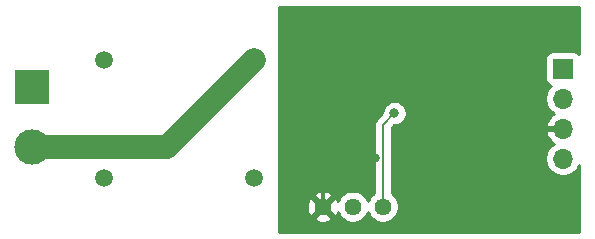
<source format=gbr>
%TF.GenerationSoftware,KiCad,Pcbnew,(5.1.10)-1*%
%TF.CreationDate,2021-10-23T23:22:00+01:00*%
%TF.ProjectId,ZMPT101enhanced,5a4d5054-3130-4316-956e-68616e636564,V1.0*%
%TF.SameCoordinates,Original*%
%TF.FileFunction,Copper,L2,Bot*%
%TF.FilePolarity,Positive*%
%FSLAX46Y46*%
G04 Gerber Fmt 4.6, Leading zero omitted, Abs format (unit mm)*
G04 Created by KiCad (PCBNEW (5.1.10)-1) date 2021-10-23 23:22:00*
%MOMM*%
%LPD*%
G01*
G04 APERTURE LIST*
%TA.AperFunction,ComponentPad*%
%ADD10R,1.700000X1.700000*%
%TD*%
%TA.AperFunction,ComponentPad*%
%ADD11O,1.700000X1.700000*%
%TD*%
%TA.AperFunction,ComponentPad*%
%ADD12R,3.000000X3.000000*%
%TD*%
%TA.AperFunction,ComponentPad*%
%ADD13C,3.000000*%
%TD*%
%TA.AperFunction,ComponentPad*%
%ADD14C,1.440000*%
%TD*%
%TA.AperFunction,ComponentPad*%
%ADD15C,1.500000*%
%TD*%
%TA.AperFunction,ViaPad*%
%ADD16C,0.800000*%
%TD*%
%TA.AperFunction,Conductor*%
%ADD17C,0.200000*%
%TD*%
%TA.AperFunction,Conductor*%
%ADD18C,0.300000*%
%TD*%
%TA.AperFunction,Conductor*%
%ADD19C,2.000000*%
%TD*%
%TA.AperFunction,Conductor*%
%ADD20C,0.254000*%
%TD*%
%TA.AperFunction,Conductor*%
%ADD21C,0.100000*%
%TD*%
G04 APERTURE END LIST*
D10*
%TO.P,J1,1*%
%TO.N,+5V*%
X151638000Y-89916000D03*
D11*
%TO.P,J1,2*%
%TO.N,+3V3*%
X151638000Y-92456000D03*
%TO.P,J1,3*%
%TO.N,GND*%
X151638000Y-94996000D03*
%TO.P,J1,4*%
%TO.N,/OUT*%
X151638000Y-97536000D03*
%TD*%
D12*
%TO.P,J2,1*%
%TO.N,Net-(J2-Pad1)*%
X106680000Y-91440000D03*
D13*
%TO.P,J2,2*%
%TO.N,Net-(J2-Pad2)*%
X106680000Y-96520000D03*
%TD*%
D14*
%TO.P,RV1,1*%
%TO.N,Net-(C3-Pad2)*%
X136398000Y-101600000D03*
%TO.P,RV1,2*%
%TO.N,Net-(C2-Pad1)*%
X133858000Y-101600000D03*
%TO.P,RV1,3*%
%TO.N,GND*%
X131318000Y-101600000D03*
%TD*%
D15*
%TO.P,T1,1*%
%TO.N,Net-(J2-Pad2)*%
X125476000Y-89154000D03*
%TO.P,T1,2*%
%TO.N,Net-(R10-Pad2)*%
X112776000Y-89154000D03*
%TO.P,T1,3*%
%TO.N,Net-(C4-Pad1)*%
X112776000Y-99154000D03*
%TO.P,T1,4*%
%TO.N,Net-(R6-Pad1)*%
X125476000Y-99154000D03*
%TD*%
D16*
%TO.N,Net-(C3-Pad2)*%
X137375525Y-93687525D03*
%TO.N,GND*%
X149352000Y-93472000D03*
X142240000Y-90932000D03*
X132588000Y-96012000D03*
X132588000Y-93472000D03*
X135698000Y-97508990D03*
%TD*%
D17*
%TO.N,Net-(C3-Pad2)*%
X136398000Y-94665050D02*
X136398000Y-101600000D01*
X137375525Y-93687525D02*
X136398000Y-94665050D01*
D18*
%TO.N,GND*%
X146812000Y-90932000D02*
X142240000Y-90932000D01*
X149352000Y-93472000D02*
X146812000Y-90932000D01*
X131318000Y-97282000D02*
X132588000Y-96012000D01*
X132588000Y-96012000D02*
X132588000Y-93472000D01*
X135162990Y-98044000D02*
X135698000Y-97508990D01*
X131318000Y-98044000D02*
X135162990Y-98044000D01*
X131318000Y-101600000D02*
X131318000Y-98044000D01*
X131318000Y-98044000D02*
X131318000Y-97282000D01*
D19*
%TO.N,Net-(J2-Pad2)*%
X118110000Y-96520000D02*
X125476000Y-89154000D01*
X106680000Y-96520000D02*
X118110000Y-96520000D01*
%TD*%
D20*
%TO.N,GND*%
X153010001Y-88701105D02*
X152939185Y-88614815D01*
X152842494Y-88535463D01*
X152732180Y-88476498D01*
X152612482Y-88440188D01*
X152488000Y-88427928D01*
X150788000Y-88427928D01*
X150663518Y-88440188D01*
X150543820Y-88476498D01*
X150433506Y-88535463D01*
X150336815Y-88614815D01*
X150257463Y-88711506D01*
X150198498Y-88821820D01*
X150162188Y-88941518D01*
X150149928Y-89066000D01*
X150149928Y-90766000D01*
X150162188Y-90890482D01*
X150198498Y-91010180D01*
X150257463Y-91120494D01*
X150336815Y-91217185D01*
X150433506Y-91296537D01*
X150543820Y-91355502D01*
X150616380Y-91377513D01*
X150484525Y-91509368D01*
X150322010Y-91752589D01*
X150210068Y-92022842D01*
X150153000Y-92309740D01*
X150153000Y-92602260D01*
X150210068Y-92889158D01*
X150322010Y-93159411D01*
X150484525Y-93402632D01*
X150691368Y-93609475D01*
X150873534Y-93731195D01*
X150756645Y-93800822D01*
X150540412Y-93995731D01*
X150366359Y-94229080D01*
X150241175Y-94491901D01*
X150196524Y-94639110D01*
X150317845Y-94869000D01*
X151511000Y-94869000D01*
X151511000Y-94849000D01*
X151765000Y-94849000D01*
X151765000Y-94869000D01*
X151785000Y-94869000D01*
X151785000Y-95123000D01*
X151765000Y-95123000D01*
X151765000Y-95143000D01*
X151511000Y-95143000D01*
X151511000Y-95123000D01*
X150317845Y-95123000D01*
X150196524Y-95352890D01*
X150241175Y-95500099D01*
X150366359Y-95762920D01*
X150540412Y-95996269D01*
X150756645Y-96191178D01*
X150873534Y-96260805D01*
X150691368Y-96382525D01*
X150484525Y-96589368D01*
X150322010Y-96832589D01*
X150210068Y-97102842D01*
X150153000Y-97389740D01*
X150153000Y-97682260D01*
X150210068Y-97969158D01*
X150322010Y-98239411D01*
X150484525Y-98482632D01*
X150691368Y-98689475D01*
X150934589Y-98851990D01*
X151204842Y-98963932D01*
X151491740Y-99021000D01*
X151784260Y-99021000D01*
X152071158Y-98963932D01*
X152341411Y-98851990D01*
X152584632Y-98689475D01*
X152791475Y-98482632D01*
X152953990Y-98239411D01*
X153010000Y-98104190D01*
X153010000Y-103734000D01*
X127635000Y-103734000D01*
X127635000Y-102535560D01*
X130562045Y-102535560D01*
X130623932Y-102771368D01*
X130865790Y-102884266D01*
X131125027Y-102947811D01*
X131391680Y-102959561D01*
X131655501Y-102919063D01*
X131906353Y-102827875D01*
X132012068Y-102771368D01*
X132073955Y-102535560D01*
X131318000Y-101779605D01*
X130562045Y-102535560D01*
X127635000Y-102535560D01*
X127635000Y-101673680D01*
X129958439Y-101673680D01*
X129998937Y-101937501D01*
X130090125Y-102188353D01*
X130146632Y-102294068D01*
X130382440Y-102355955D01*
X131138395Y-101600000D01*
X131497605Y-101600000D01*
X132253560Y-102355955D01*
X132489368Y-102294068D01*
X132589764Y-102078993D01*
X132657215Y-102241833D01*
X132805503Y-102463762D01*
X132994238Y-102652497D01*
X133216167Y-102800785D01*
X133462761Y-102902928D01*
X133724544Y-102955000D01*
X133991456Y-102955000D01*
X134253239Y-102902928D01*
X134499833Y-102800785D01*
X134721762Y-102652497D01*
X134910497Y-102463762D01*
X135058785Y-102241833D01*
X135128000Y-102074734D01*
X135197215Y-102241833D01*
X135345503Y-102463762D01*
X135534238Y-102652497D01*
X135756167Y-102800785D01*
X136002761Y-102902928D01*
X136264544Y-102955000D01*
X136531456Y-102955000D01*
X136793239Y-102902928D01*
X137039833Y-102800785D01*
X137261762Y-102652497D01*
X137450497Y-102463762D01*
X137598785Y-102241833D01*
X137700928Y-101995239D01*
X137753000Y-101733456D01*
X137753000Y-101466544D01*
X137700928Y-101204761D01*
X137598785Y-100958167D01*
X137450497Y-100736238D01*
X137261762Y-100547503D01*
X137133000Y-100461467D01*
X137133000Y-94969496D01*
X137379971Y-94722525D01*
X137477464Y-94722525D01*
X137677423Y-94682751D01*
X137865781Y-94604730D01*
X138035299Y-94491462D01*
X138179462Y-94347299D01*
X138292730Y-94177781D01*
X138370751Y-93989423D01*
X138410525Y-93789464D01*
X138410525Y-93585586D01*
X138370751Y-93385627D01*
X138292730Y-93197269D01*
X138179462Y-93027751D01*
X138035299Y-92883588D01*
X137865781Y-92770320D01*
X137677423Y-92692299D01*
X137477464Y-92652525D01*
X137273586Y-92652525D01*
X137073627Y-92692299D01*
X136885269Y-92770320D01*
X136715751Y-92883588D01*
X136571588Y-93027751D01*
X136458320Y-93197269D01*
X136380299Y-93385627D01*
X136340525Y-93585586D01*
X136340525Y-93683079D01*
X135903808Y-94119796D01*
X135875762Y-94142813D01*
X135783913Y-94254731D01*
X135715663Y-94382418D01*
X135686384Y-94478937D01*
X135673635Y-94520965D01*
X135659444Y-94665050D01*
X135663000Y-94701155D01*
X135663001Y-100461467D01*
X135534238Y-100547503D01*
X135345503Y-100736238D01*
X135197215Y-100958167D01*
X135128000Y-101125266D01*
X135058785Y-100958167D01*
X134910497Y-100736238D01*
X134721762Y-100547503D01*
X134499833Y-100399215D01*
X134253239Y-100297072D01*
X133991456Y-100245000D01*
X133724544Y-100245000D01*
X133462761Y-100297072D01*
X133216167Y-100399215D01*
X132994238Y-100547503D01*
X132805503Y-100736238D01*
X132657215Y-100958167D01*
X132587562Y-101126324D01*
X132545875Y-101011647D01*
X132489368Y-100905932D01*
X132253560Y-100844045D01*
X131497605Y-101600000D01*
X131138395Y-101600000D01*
X130382440Y-100844045D01*
X130146632Y-100905932D01*
X130033734Y-101147790D01*
X129970189Y-101407027D01*
X129958439Y-101673680D01*
X127635000Y-101673680D01*
X127635000Y-100664440D01*
X130562045Y-100664440D01*
X131318000Y-101420395D01*
X132073955Y-100664440D01*
X132012068Y-100428632D01*
X131770210Y-100315734D01*
X131510973Y-100252189D01*
X131244320Y-100240439D01*
X130980499Y-100280937D01*
X130729647Y-100372125D01*
X130623932Y-100428632D01*
X130562045Y-100664440D01*
X127635000Y-100664440D01*
X127635000Y-84734000D01*
X153010001Y-84734000D01*
X153010001Y-88701105D01*
%TA.AperFunction,Conductor*%
D21*
G36*
X153010001Y-88701105D02*
G01*
X152939185Y-88614815D01*
X152842494Y-88535463D01*
X152732180Y-88476498D01*
X152612482Y-88440188D01*
X152488000Y-88427928D01*
X150788000Y-88427928D01*
X150663518Y-88440188D01*
X150543820Y-88476498D01*
X150433506Y-88535463D01*
X150336815Y-88614815D01*
X150257463Y-88711506D01*
X150198498Y-88821820D01*
X150162188Y-88941518D01*
X150149928Y-89066000D01*
X150149928Y-90766000D01*
X150162188Y-90890482D01*
X150198498Y-91010180D01*
X150257463Y-91120494D01*
X150336815Y-91217185D01*
X150433506Y-91296537D01*
X150543820Y-91355502D01*
X150616380Y-91377513D01*
X150484525Y-91509368D01*
X150322010Y-91752589D01*
X150210068Y-92022842D01*
X150153000Y-92309740D01*
X150153000Y-92602260D01*
X150210068Y-92889158D01*
X150322010Y-93159411D01*
X150484525Y-93402632D01*
X150691368Y-93609475D01*
X150873534Y-93731195D01*
X150756645Y-93800822D01*
X150540412Y-93995731D01*
X150366359Y-94229080D01*
X150241175Y-94491901D01*
X150196524Y-94639110D01*
X150317845Y-94869000D01*
X151511000Y-94869000D01*
X151511000Y-94849000D01*
X151765000Y-94849000D01*
X151765000Y-94869000D01*
X151785000Y-94869000D01*
X151785000Y-95123000D01*
X151765000Y-95123000D01*
X151765000Y-95143000D01*
X151511000Y-95143000D01*
X151511000Y-95123000D01*
X150317845Y-95123000D01*
X150196524Y-95352890D01*
X150241175Y-95500099D01*
X150366359Y-95762920D01*
X150540412Y-95996269D01*
X150756645Y-96191178D01*
X150873534Y-96260805D01*
X150691368Y-96382525D01*
X150484525Y-96589368D01*
X150322010Y-96832589D01*
X150210068Y-97102842D01*
X150153000Y-97389740D01*
X150153000Y-97682260D01*
X150210068Y-97969158D01*
X150322010Y-98239411D01*
X150484525Y-98482632D01*
X150691368Y-98689475D01*
X150934589Y-98851990D01*
X151204842Y-98963932D01*
X151491740Y-99021000D01*
X151784260Y-99021000D01*
X152071158Y-98963932D01*
X152341411Y-98851990D01*
X152584632Y-98689475D01*
X152791475Y-98482632D01*
X152953990Y-98239411D01*
X153010000Y-98104190D01*
X153010000Y-103734000D01*
X127635000Y-103734000D01*
X127635000Y-102535560D01*
X130562045Y-102535560D01*
X130623932Y-102771368D01*
X130865790Y-102884266D01*
X131125027Y-102947811D01*
X131391680Y-102959561D01*
X131655501Y-102919063D01*
X131906353Y-102827875D01*
X132012068Y-102771368D01*
X132073955Y-102535560D01*
X131318000Y-101779605D01*
X130562045Y-102535560D01*
X127635000Y-102535560D01*
X127635000Y-101673680D01*
X129958439Y-101673680D01*
X129998937Y-101937501D01*
X130090125Y-102188353D01*
X130146632Y-102294068D01*
X130382440Y-102355955D01*
X131138395Y-101600000D01*
X131497605Y-101600000D01*
X132253560Y-102355955D01*
X132489368Y-102294068D01*
X132589764Y-102078993D01*
X132657215Y-102241833D01*
X132805503Y-102463762D01*
X132994238Y-102652497D01*
X133216167Y-102800785D01*
X133462761Y-102902928D01*
X133724544Y-102955000D01*
X133991456Y-102955000D01*
X134253239Y-102902928D01*
X134499833Y-102800785D01*
X134721762Y-102652497D01*
X134910497Y-102463762D01*
X135058785Y-102241833D01*
X135128000Y-102074734D01*
X135197215Y-102241833D01*
X135345503Y-102463762D01*
X135534238Y-102652497D01*
X135756167Y-102800785D01*
X136002761Y-102902928D01*
X136264544Y-102955000D01*
X136531456Y-102955000D01*
X136793239Y-102902928D01*
X137039833Y-102800785D01*
X137261762Y-102652497D01*
X137450497Y-102463762D01*
X137598785Y-102241833D01*
X137700928Y-101995239D01*
X137753000Y-101733456D01*
X137753000Y-101466544D01*
X137700928Y-101204761D01*
X137598785Y-100958167D01*
X137450497Y-100736238D01*
X137261762Y-100547503D01*
X137133000Y-100461467D01*
X137133000Y-94969496D01*
X137379971Y-94722525D01*
X137477464Y-94722525D01*
X137677423Y-94682751D01*
X137865781Y-94604730D01*
X138035299Y-94491462D01*
X138179462Y-94347299D01*
X138292730Y-94177781D01*
X138370751Y-93989423D01*
X138410525Y-93789464D01*
X138410525Y-93585586D01*
X138370751Y-93385627D01*
X138292730Y-93197269D01*
X138179462Y-93027751D01*
X138035299Y-92883588D01*
X137865781Y-92770320D01*
X137677423Y-92692299D01*
X137477464Y-92652525D01*
X137273586Y-92652525D01*
X137073627Y-92692299D01*
X136885269Y-92770320D01*
X136715751Y-92883588D01*
X136571588Y-93027751D01*
X136458320Y-93197269D01*
X136380299Y-93385627D01*
X136340525Y-93585586D01*
X136340525Y-93683079D01*
X135903808Y-94119796D01*
X135875762Y-94142813D01*
X135783913Y-94254731D01*
X135715663Y-94382418D01*
X135686384Y-94478937D01*
X135673635Y-94520965D01*
X135659444Y-94665050D01*
X135663000Y-94701155D01*
X135663001Y-100461467D01*
X135534238Y-100547503D01*
X135345503Y-100736238D01*
X135197215Y-100958167D01*
X135128000Y-101125266D01*
X135058785Y-100958167D01*
X134910497Y-100736238D01*
X134721762Y-100547503D01*
X134499833Y-100399215D01*
X134253239Y-100297072D01*
X133991456Y-100245000D01*
X133724544Y-100245000D01*
X133462761Y-100297072D01*
X133216167Y-100399215D01*
X132994238Y-100547503D01*
X132805503Y-100736238D01*
X132657215Y-100958167D01*
X132587562Y-101126324D01*
X132545875Y-101011647D01*
X132489368Y-100905932D01*
X132253560Y-100844045D01*
X131497605Y-101600000D01*
X131138395Y-101600000D01*
X130382440Y-100844045D01*
X130146632Y-100905932D01*
X130033734Y-101147790D01*
X129970189Y-101407027D01*
X129958439Y-101673680D01*
X127635000Y-101673680D01*
X127635000Y-100664440D01*
X130562045Y-100664440D01*
X131318000Y-101420395D01*
X132073955Y-100664440D01*
X132012068Y-100428632D01*
X131770210Y-100315734D01*
X131510973Y-100252189D01*
X131244320Y-100240439D01*
X130980499Y-100280937D01*
X130729647Y-100372125D01*
X130623932Y-100428632D01*
X130562045Y-100664440D01*
X127635000Y-100664440D01*
X127635000Y-84734000D01*
X153010001Y-84734000D01*
X153010001Y-88701105D01*
G37*
%TD.AperFunction*%
%TD*%
M02*

</source>
